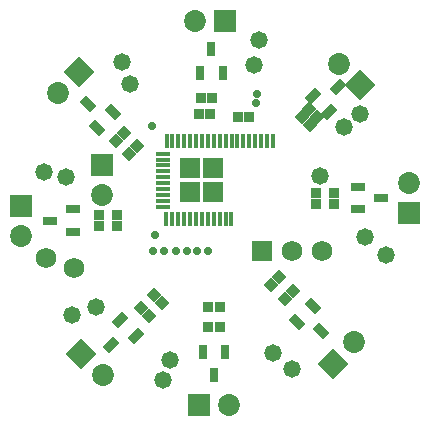
<source format=gts>
G04 Layer_Color=20142*
%FSLAX25Y25*%
%MOIN*%
G70*
G01*
G75*
G04:AMPARAMS|DCode=45|XSize=35.56mil|YSize=37.53mil|CornerRadius=0mil|HoleSize=0mil|Usage=FLASHONLY|Rotation=315.000|XOffset=0mil|YOffset=0mil|HoleType=Round|Shape=Rectangle|*
%AMROTATEDRECTD45*
4,1,4,-0.02584,-0.00070,0.00070,0.02584,0.02584,0.00070,-0.00070,-0.02584,-0.02584,-0.00070,0.0*
%
%ADD45ROTATEDRECTD45*%

G04:AMPARAMS|DCode=46|XSize=31.62mil|YSize=47.37mil|CornerRadius=0mil|HoleSize=0mil|Usage=FLASHONLY|Rotation=225.000|XOffset=0mil|YOffset=0mil|HoleType=Round|Shape=Rectangle|*
%AMROTATEDRECTD46*
4,1,4,-0.00557,0.02793,0.02793,-0.00557,0.00557,-0.02793,-0.02793,0.00557,-0.00557,0.02793,0.0*
%
%ADD46ROTATEDRECTD46*%

%ADD47R,0.03556X0.03753*%
%ADD48R,0.04737X0.03162*%
G04:AMPARAMS|DCode=49|XSize=35.56mil|YSize=37.53mil|CornerRadius=0mil|HoleSize=0mil|Usage=FLASHONLY|Rotation=45.000|XOffset=0mil|YOffset=0mil|HoleType=Round|Shape=Rectangle|*
%AMROTATEDRECTD49*
4,1,4,0.00070,-0.02584,-0.02584,0.00070,-0.00070,0.02584,0.02584,-0.00070,0.00070,-0.02584,0.0*
%
%ADD49ROTATEDRECTD49*%

G04:AMPARAMS|DCode=50|XSize=31.62mil|YSize=47.37mil|CornerRadius=0mil|HoleSize=0mil|Usage=FLASHONLY|Rotation=315.000|XOffset=0mil|YOffset=0mil|HoleType=Round|Shape=Rectangle|*
%AMROTATEDRECTD50*
4,1,4,-0.02793,-0.00557,0.00557,0.02793,0.02793,0.00557,-0.00557,-0.02793,-0.02793,-0.00557,0.0*
%
%ADD50ROTATEDRECTD50*%

%ADD51R,0.03753X0.03556*%
%ADD52R,0.03162X0.04737*%
%ADD53R,0.04737X0.01784*%
%ADD54R,0.01784X0.04737*%
%ADD55R,0.06706X0.06706*%
%ADD56R,0.03477X0.03320*%
%ADD57C,0.06800*%
%ADD58C,0.07300*%
%ADD59P,0.10324X4X270.0*%
%ADD60R,0.07300X0.07300*%
%ADD61P,0.10324X4X360.0*%
%ADD62R,0.07300X0.07300*%
%ADD63R,0.06902X0.06902*%
%ADD64C,0.06902*%
%ADD65C,0.02800*%
%ADD66C,0.05800*%
D45*
X265102Y341480D02*
D03*
X262457Y338835D02*
D03*
X269433Y337149D02*
D03*
X266788Y334504D02*
D03*
X318756Y286079D02*
D03*
X321401Y288724D02*
D03*
X314032Y290804D02*
D03*
X316677Y293448D02*
D03*
D46*
X256045Y342997D02*
D03*
X261334Y348286D02*
D03*
X253122Y351209D02*
D03*
X327814Y283775D02*
D03*
X322524Y278486D02*
D03*
X330737Y275563D02*
D03*
D47*
X256693Y314075D02*
D03*
Y310335D02*
D03*
X262598Y314075D02*
D03*
Y310335D02*
D03*
X335039Y317815D02*
D03*
Y321555D02*
D03*
X329134Y317815D02*
D03*
Y321555D02*
D03*
D48*
X248031Y308465D02*
D03*
Y315945D02*
D03*
X240158Y312205D02*
D03*
X342913Y323425D02*
D03*
Y315945D02*
D03*
X350787Y319685D02*
D03*
D49*
X275056Y287543D02*
D03*
X277700Y284898D02*
D03*
X270725Y283212D02*
D03*
X273370Y280567D02*
D03*
X326913Y343953D02*
D03*
X324268Y346598D02*
D03*
X329275Y346709D02*
D03*
X326630Y349354D02*
D03*
D50*
X268814Y273761D02*
D03*
X263525Y279051D02*
D03*
X260602Y270838D02*
D03*
X328036Y353798D02*
D03*
X333325Y348508D02*
D03*
X336248Y356721D02*
D03*
D51*
X293130Y283465D02*
D03*
X296870D02*
D03*
X293130Y276772D02*
D03*
X296870D02*
D03*
X294390Y353150D02*
D03*
X290650D02*
D03*
X293602Y347835D02*
D03*
X289862D02*
D03*
D52*
X298740Y268504D02*
D03*
X291260D02*
D03*
X295000Y260630D02*
D03*
X290354Y361417D02*
D03*
X297835D02*
D03*
X294094Y369291D02*
D03*
D53*
X278031Y324705D02*
D03*
Y322736D02*
D03*
Y320768D02*
D03*
Y318799D02*
D03*
Y316831D02*
D03*
Y326673D02*
D03*
Y328642D02*
D03*
Y330610D02*
D03*
Y332579D02*
D03*
Y334567D02*
D03*
D54*
X279134Y312642D02*
D03*
X281102Y312697D02*
D03*
X283071D02*
D03*
X285039D02*
D03*
X287008D02*
D03*
X288976D02*
D03*
X290945D02*
D03*
X292913D02*
D03*
X294882D02*
D03*
X300787D02*
D03*
X298819D02*
D03*
X296850D02*
D03*
X296890Y338681D02*
D03*
X298858D02*
D03*
X300827D02*
D03*
X302795D02*
D03*
X304764D02*
D03*
X306732D02*
D03*
X308701D02*
D03*
X310669D02*
D03*
X312638D02*
D03*
X314606D02*
D03*
X294921D02*
D03*
X292953D02*
D03*
X290984D02*
D03*
X289016D02*
D03*
X287047D02*
D03*
X285079D02*
D03*
X283110D02*
D03*
X281142D02*
D03*
X279173D02*
D03*
D55*
X294724Y321752D02*
D03*
X286850D02*
D03*
Y329626D02*
D03*
X294724D02*
D03*
D56*
X303031Y346732D02*
D03*
X306496D02*
D03*
D57*
X238976Y299606D02*
D03*
X248425Y296457D02*
D03*
D58*
X242921Y354732D02*
D03*
X230709Y307205D02*
D03*
X257866Y260638D02*
D03*
X300000Y250787D02*
D03*
X341724Y271646D02*
D03*
X359842Y324685D02*
D03*
X336622Y364559D02*
D03*
X288701Y378740D02*
D03*
X257480Y320590D02*
D03*
D59*
X249992Y361803D02*
D03*
X334653Y264575D02*
D03*
D60*
X230709Y317205D02*
D03*
X359842Y314685D02*
D03*
X257480Y330591D02*
D03*
D61*
X250795Y267709D02*
D03*
X343693Y357488D02*
D03*
D62*
X290000Y250787D02*
D03*
X298701Y378740D02*
D03*
D63*
X310866Y301969D02*
D03*
D64*
X320866D02*
D03*
X330866D02*
D03*
D65*
X275197Y307480D02*
D03*
X274213Y343898D02*
D03*
X274803Y301969D02*
D03*
X278346D02*
D03*
X292913D02*
D03*
X282283D02*
D03*
X285827D02*
D03*
X289370D02*
D03*
X309449Y354331D02*
D03*
X309055Y351417D02*
D03*
D66*
X338189Y343307D02*
D03*
X264173Y364961D02*
D03*
X266929Y357874D02*
D03*
X238189Y328346D02*
D03*
X245669Y326772D02*
D03*
X247638Y280709D02*
D03*
X255512Y283465D02*
D03*
X280433Y265748D02*
D03*
X314567Y268110D02*
D03*
X320866Y262598D02*
D03*
X352362Y300787D02*
D03*
X278071Y259055D02*
D03*
X345276Y306693D02*
D03*
X343693Y347646D02*
D03*
X309842Y372441D02*
D03*
X308268Y364173D02*
D03*
X330315Y327165D02*
D03*
M02*

</source>
